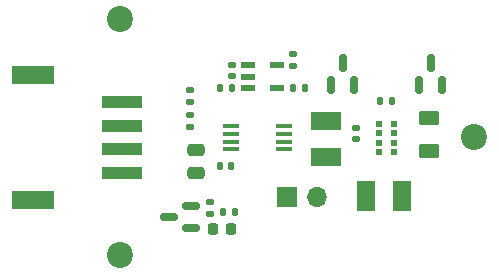
<source format=gbr>
%TF.GenerationSoftware,KiCad,Pcbnew,(6.0.0)*%
%TF.CreationDate,2022-11-23T19:14:59+00:00*%
%TF.ProjectId,Grove-Spectra,47726f76-652d-4537-9065-637472612e6b,A*%
%TF.SameCoordinates,Original*%
%TF.FileFunction,Soldermask,Top*%
%TF.FilePolarity,Negative*%
%FSLAX46Y46*%
G04 Gerber Fmt 4.6, Leading zero omitted, Abs format (unit mm)*
G04 Created by KiCad (PCBNEW (6.0.0)) date 2022-11-23 19:14:59*
%MOMM*%
%LPD*%
G01*
G04 APERTURE LIST*
G04 Aperture macros list*
%AMRoundRect*
0 Rectangle with rounded corners*
0 $1 Rounding radius*
0 $2 $3 $4 $5 $6 $7 $8 $9 X,Y pos of 4 corners*
0 Add a 4 corners polygon primitive as box body*
4,1,4,$2,$3,$4,$5,$6,$7,$8,$9,$2,$3,0*
0 Add four circle primitives for the rounded corners*
1,1,$1+$1,$2,$3*
1,1,$1+$1,$4,$5*
1,1,$1+$1,$6,$7*
1,1,$1+$1,$8,$9*
0 Add four rect primitives between the rounded corners*
20,1,$1+$1,$2,$3,$4,$5,0*
20,1,$1+$1,$4,$5,$6,$7,0*
20,1,$1+$1,$6,$7,$8,$9,0*
20,1,$1+$1,$8,$9,$2,$3,0*%
G04 Aperture macros list end*
%ADD10RoundRect,0.135000X-0.135000X-0.185000X0.135000X-0.185000X0.135000X0.185000X-0.135000X0.185000X0*%
%ADD11R,0.575000X0.488000*%
%ADD12RoundRect,0.140000X0.170000X-0.140000X0.170000X0.140000X-0.170000X0.140000X-0.170000X-0.140000X0*%
%ADD13RoundRect,0.135000X0.185000X-0.135000X0.185000X0.135000X-0.185000X0.135000X-0.185000X-0.135000X0*%
%ADD14C,2.200000*%
%ADD15RoundRect,0.150000X0.150000X-0.587500X0.150000X0.587500X-0.150000X0.587500X-0.150000X-0.587500X0*%
%ADD16R,3.400000X1.000000*%
%ADD17R,3.600000X1.500000*%
%ADD18RoundRect,0.250000X0.625000X-0.375000X0.625000X0.375000X-0.625000X0.375000X-0.625000X-0.375000X0*%
%ADD19RoundRect,0.140000X-0.170000X0.140000X-0.170000X-0.140000X0.170000X-0.140000X0.170000X0.140000X0*%
%ADD20R,1.500000X2.600000*%
%ADD21RoundRect,0.135000X0.135000X0.185000X-0.135000X0.185000X-0.135000X-0.185000X0.135000X-0.185000X0*%
%ADD22RoundRect,0.140000X0.140000X0.170000X-0.140000X0.170000X-0.140000X-0.170000X0.140000X-0.170000X0*%
%ADD23RoundRect,0.135000X-0.185000X0.135000X-0.185000X-0.135000X0.185000X-0.135000X0.185000X0.135000X0*%
%ADD24RoundRect,0.140000X-0.140000X-0.170000X0.140000X-0.170000X0.140000X0.170000X-0.140000X0.170000X0*%
%ADD25R,1.425000X0.450000*%
%ADD26RoundRect,0.250000X-0.475000X0.250000X-0.475000X-0.250000X0.475000X-0.250000X0.475000X0.250000X0*%
%ADD27RoundRect,0.218750X0.218750X0.256250X-0.218750X0.256250X-0.218750X-0.256250X0.218750X-0.256250X0*%
%ADD28R,1.150000X0.600000*%
%ADD29R,1.700000X1.700000*%
%ADD30O,1.700000X1.700000*%
%ADD31RoundRect,0.150000X0.587500X0.150000X-0.587500X0.150000X-0.587500X-0.150000X0.587500X-0.150000X0*%
%ADD32R,2.600000X1.500000*%
G04 APERTURE END LIST*
D10*
%TO.C,R1*%
X138680000Y-84400000D03*
X139700000Y-84400000D03*
%TD*%
D11*
%TO.C,IC2*%
X152162000Y-87400000D03*
X152162000Y-88200000D03*
X152162000Y-89000000D03*
X152162000Y-89800000D03*
X153438000Y-89800000D03*
X153438000Y-89000000D03*
X153438000Y-88200000D03*
X153438000Y-87400000D03*
%TD*%
D12*
%TO.C,C2*%
X144900000Y-82480000D03*
X144900000Y-81520000D03*
%TD*%
D13*
%TO.C,R2*%
X136200000Y-87710000D03*
X136200000Y-86690000D03*
%TD*%
D10*
%TO.C,R4*%
X152290000Y-85500000D03*
X153310000Y-85500000D03*
%TD*%
D14*
%TO.C,H2*%
X130250000Y-98550000D03*
%TD*%
D15*
%TO.C,Q2*%
X148150000Y-84137500D03*
X150050000Y-84137500D03*
X149100000Y-82262500D03*
%TD*%
D16*
%TO.C,J1*%
X130400000Y-85550000D03*
X130400000Y-87550000D03*
X130400000Y-89550000D03*
X130400000Y-91550000D03*
D17*
X122900000Y-83250000D03*
X122900000Y-93850000D03*
%TD*%
D18*
%TO.C,D1*%
X156400000Y-89700000D03*
X156400000Y-86900000D03*
%TD*%
D19*
%TO.C,C4*%
X150200000Y-87720000D03*
X150200000Y-88680000D03*
%TD*%
D20*
%TO.C,D3*%
X154100000Y-93500000D03*
X151100000Y-93500000D03*
%TD*%
D14*
%TO.C,H3*%
X160250000Y-88550000D03*
%TD*%
D21*
%TO.C,R5*%
X140010000Y-94900000D03*
X138990000Y-94900000D03*
%TD*%
D22*
%TO.C,C3*%
X139680000Y-91000000D03*
X138720000Y-91000000D03*
%TD*%
D14*
%TO.C,H1*%
X130250000Y-78550000D03*
%TD*%
D23*
%TO.C,R6*%
X137900000Y-93990000D03*
X137900000Y-95010000D03*
%TD*%
D19*
%TO.C,C1*%
X139700000Y-82420000D03*
X139700000Y-83380000D03*
%TD*%
D24*
%TO.C,C6*%
X144920000Y-84400000D03*
X145880000Y-84400000D03*
%TD*%
D25*
%TO.C,IC1*%
X144112000Y-89575000D03*
X144112000Y-88925000D03*
X144112000Y-88275000D03*
X144112000Y-87625000D03*
X139688000Y-87625000D03*
X139688000Y-88275000D03*
X139688000Y-88925000D03*
X139688000Y-89575000D03*
%TD*%
D26*
%TO.C,C5*%
X136700000Y-89650000D03*
X136700000Y-91550000D03*
%TD*%
D27*
%TO.C,D4*%
X139687500Y-96300000D03*
X138112500Y-96300000D03*
%TD*%
D28*
%TO.C,IC3*%
X141050000Y-82450000D03*
X141050000Y-83400000D03*
X141050000Y-84350000D03*
X143550000Y-84350000D03*
X143550000Y-82450000D03*
%TD*%
D15*
%TO.C,Q1*%
X155600000Y-84137500D03*
X157500000Y-84137500D03*
X156550000Y-82262500D03*
%TD*%
D23*
%TO.C,R3*%
X136200000Y-84500000D03*
X136200000Y-85520000D03*
%TD*%
D29*
%TO.C,J2*%
X144425000Y-93600000D03*
D30*
X146965000Y-93600000D03*
%TD*%
D31*
%TO.C,Q3*%
X136237500Y-96250000D03*
X136237500Y-94350000D03*
X134362500Y-95300000D03*
%TD*%
D32*
%TO.C,D2*%
X147700000Y-90200000D03*
X147700000Y-87200000D03*
%TD*%
M02*

</source>
